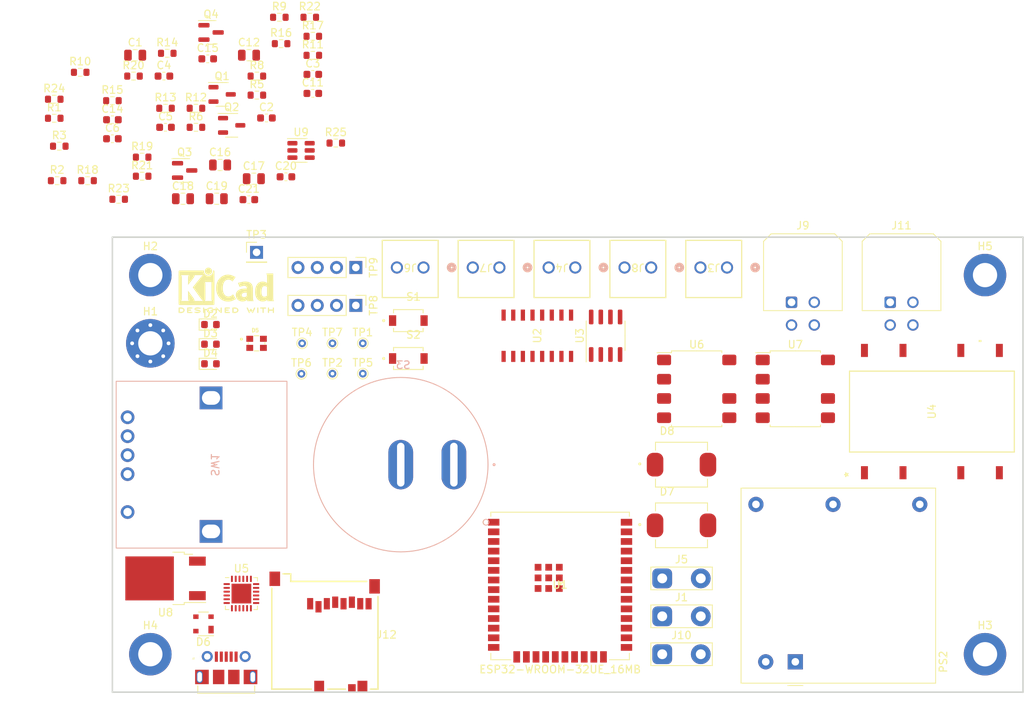
<source format=kicad_pcb>
(kicad_pcb (version 20211014) (generator pcbnew)
  (layers (0 "F.Cu" signal "TOP") (1 "In1.Cu" power "M10") (2 "In2.Cu" power "M233") (31 "B.Cu" signal "BOTTOM") (34 "B.Paste" user) (35 "F.Paste" user) (36 "B.SilkS" user "B.Silkscreen") (37 "F.SilkS" user "F.Silkscreen") (38 "B.Mask" user) (39 "F.Mask" user) (44 "Edge.Cuts" user))
  (net 0 "")
  (net 1 "GND")
  (net 2 "+3.3V")
  (net 3 "/AC_L")
  (net 4 "/AC_N")
  (net 5 "Net-(D4-Pad2)")
  (net 6 "/Probe1+")
  (net 7 "/Probe1-")
  (net 8 "/Probe2+")
  (net 9 "/Probe2-")
  (net 10 "/Probe3+")
  (net 11 "/Probe3-")
  (net 12 "/Probe4+")
  (net 13 "/Probe4-")
  (net 14 "/MUX_OUT_-")
  (net 15 "/MUX_OUT_+")
  (net 16 "+3.3VA")
  (net 17 "+5V")
  (net 18 "Net-(D5-Pad2)")
  (net 19 "+3.3VP")
  (net 20 "/EN")
  (net 21 "/I36")
  (net 22 "/I39")
  (net 23 "/I34")
  (net 24 "/I35")
  (net 25 "/IO32")
  (net 26 "/IO33")
  (net 27 "/IO25")
  (net 28 "/IO26")
  (net 29 "/IO27")
  (net 30 "/IO14")
  (net 31 "/IO12")
  (net 32 "/IO13")
  (net 33 "/IO15")
  (net 34 "/IO2")
  (net 35 "/IO0")
  (net 36 "/IO4")
  (net 37 "/IO16")
  (net 38 "/IO17")
  (net 39 "/RXD0")
  (net 40 "/TXD0")
  (net 41 "/IO23")
  (net 42 "/USB_DN")
  (net 43 "/USB_DP")
  (net 44 "Net-(Q2-Pad2)")
  (net 45 "Net-(D3-Pad2)")
  (net 46 "/I2C_SDA")
  (net 47 "/I2C_SCL")
  (net 48 "/RTS")
  (net 49 "/DTR")
  (net 52 "Net-(D2-Pad2)")
  (net 53 "/RXD")
  (net 54 "/TXD")
  (net 55 "Net-(D5-Pad4)")
  (net 56 "/SPI_MISO")
  (net 57 "/SPI_SCK")
  (net 58 "/SPI_CS")
  (net 59 "Net-(D5-Pad3)")
  (net 60 "/Auger_+")
  (net 61 "/Fan_+")
  (net 62 "/Heater_+")
  (net 71 "/Power/AC_L")
  (net 72 "/Power/AC_N")
  (net 75 "/Power/IO4")
  (net 76 "Net-(Q4-Pad1)")
  (net 77 "Net-(R8-Pad1)")
  (net 79 "/CTS")
  (net 81 "Net-(R12-Pad2)")
  (net 82 "Net-(Q1-Pad2)")
  (net 84 "Net-(R21-Pad2)")
  (net 86 "Net-(R23-Pad2)")
  (net 88 "Net-(R13-Pad2)")
  (footprint "Capacitor_SMD:C_0805_2012Metric" (layer "F.Cu") (at 113.75 94.93)
    (fp_text reference "C19" (at 0 -1.68) (layer "F.SilkS"))
    (fp_text value "10uF 16V X5R 0805")
    (pad "1" smd roundrect (at -0.95 0) (size 1 1.45) (layers "F.Cu" "F.Paste" "F.Mask") (net 19 "+3.3VP"))
    (pad "2" smd roundrect (at 0.95 0) (size 1 1.45) (layers "F.Cu" "F.Paste" "F.Mask") (net 1 "GND"))
  )
  (footprint "Connector_PinHeader_2.54mm:PinHeader_1x04_P2.54mm_Vertical" (layer "F.Cu") (at 132.08 109 -90)
    (fp_text reference "TP8" (at 0 -2.33 90) (layer "F.SilkS"))
    (fp_text value "GPIO MISC.")
    (pad "1" thru_hole rect (at 0 0 270) (size 1.7 1.7) (drill 1) (layers *.Cu *.Mask))
    (pad "2" thru_hole oval (at 0 2.54 270) (size 1.7 1.7) (drill 1) (layers *.Cu *.Mask))
    (pad "3" thru_hole oval (at 0 5.08 270) (size 1.7 1.7) (drill 1) (layers *.Cu *.Mask))
    (pad "4" thru_hole oval (at 0 7.62 270) (size 1.7 1.7) (drill 1) (layers *.Cu *.Mask))
  )
  (footprint "Resistor_SMD:R_0603_1608Metric" (layer "F.Cu") (at 92.335 84.3175)
    (fp_text reference "R1" (at 0 -1.43) (layer "F.SilkS"))
    (fp_text value "1.8kOhm 1% 0603")
    (pad "1" smd roundrect (at -0.825 0) (size 0.8 0.95) (layers "F.Cu" "F.Paste" "F.Mask") (net 47 "/I2C_SCL"))
    (pad "2" smd roundrect (at 0.825 0) (size 0.8 0.95) (layers "F.Cu" "F.Paste" "F.Mask") (net 2 "+3.3V"))
  )
  (footprint "Package_TO_SOT_SMD:SOT-23" (layer "F.Cu") (at 113 73)
    (fp_text reference "Q4" (at 0 -2.4) (layer "F.SilkS"))
    (fp_text value "Q_PMOS_GSD")
    (pad "1" smd roundrect (at -0.9375 -0.95) (size 1.475 0.6) (layers "F.Cu" "F.Paste" "F.Mask") (net 76 "Net-(Q4-Pad1)"))
    (pad "2" smd roundrect (at -0.9375 0.95) (size 1.475 0.6) (layers "F.Cu" "F.Paste" "F.Mask") (net 2 "+3.3V"))
    (pad "3" smd roundrect (at 0.9375 0) (size 1.475 0.6) (layers "F.Cu" "F.Paste" "F.Mask") (net 16 "+3.3VA"))
  )
  (footprint "TestPoint:TestPoint_2Pads_Pitch5.08mm_Drill1.3mm" (layer "F.Cu") (at 172.46 145)
    (fp_text reference "J5" (at 2.54 -2.5) (layer "F.SilkS"))
    (fp_text value "AUGER")
    (pad "1" thru_hole roundrect (at 0 0) (size 2.6 2.6) (drill 1.3) (layers *.Cu *.Mask) (net 60 "/Auger_+"))
    (pad "2" thru_hole circle (at 5.08 0) (size 2.6 2.6) (drill 1.3) (layers *.Cu *.Mask) (net 4 "/AC_N"))
  )
  (footprint "TestPoint:TestPoint_THTPad_D1.0mm_Drill0.5mm" (layer "F.Cu") (at 133 114)
    (fp_text reference "TP1" (at 0 -1.448) (layer "F.SilkS"))
    (fp_text value "3V3 TP")
    (pad "1" thru_hole circle (at 0 0) (size 1 1) (drill 0.5) (layers *.Cu *.Mask) (net 2 "+3.3V"))
  )
  (footprint "Capacitor_SMD:C_0603_1608Metric" (layer "F.Cu") (at 117.98 95.05)
    (fp_text reference "C21" (at 0 -1.43) (layer "F.SilkS"))
    (fp_text value "0.1uF 50V X7R 0603")
    (pad "1" smd roundrect (at -0.775 0) (size 0.9 0.95) (layers "F.Cu" "F.Paste" "F.Mask") (net 16 "+3.3VA"))
    (pad "2" smd roundrect (at 0.775 0) (size 0.9 0.95) (layers "F.Cu" "F.Paste" "F.Mask") (net 1 "GND"))
  )
  (footprint "Resistor_SMD:R_0603_1608Metric" (layer "F.Cu") (at 92.71687 92.547424)
    (fp_text reference "R2" (at 0 -1.43) (layer "F.SilkS"))
    (fp_text value "1.8kOhm 1% 0603")
    (pad "1" smd roundrect (at -0.825 0) (size 0.8 0.95) (layers "F.Cu" "F.Paste" "F.Mask") (net 46 "/I2C_SDA"))
    (pad "2" smd roundrect (at 0.825 0) (size 0.8 0.95) (layers "F.Cu" "F.Paste" "F.Mask") (net 2 "+3.3V"))
  )
  (footprint "Resistor_SMD:R_0603_1608Metric" (layer "F.Cu") (at 102.78 78.76)
    (fp_text reference "R20" (at 0 -1.43) (layer "F.SilkS"))
    (fp_text value "0Ohm 0603")
    (pad "1" smd roundrect (at -0.825 0) (size 0.8 0.95) (layers "F.Cu" "F.Paste" "F.Mask") (net 39 "/RXD0"))
    (pad "2" smd roundrect (at 0.825 0) (size 0.8 0.95) (layers "F.Cu" "F.Paste" "F.Mask") (net 54 "/TXD"))
  )
  (footprint "Resistor_SMD:R_0603_1608Metric" (layer "F.Cu") (at 93 88)
    (fp_text reference "R3" (at 0 -1.43) (layer "F.SilkS"))
    (fp_text value "10K 1% 0603")
    (pad "1" smd roundrect (at -0.825 0) (size 0.8 0.95) (layers "F.Cu" "F.Paste" "F.Mask") (net 20 "/EN"))
    (pad "2" smd roundrect (at 0.825 0) (size 0.8 0.95) (layers "F.Cu" "F.Paste" "F.Mask") (net 2 "+3.3V"))
  )
  (footprint "MountingHole:MountingHole_3.2mm_M3_Pad_Via" (layer "F.Cu") (at 105 114)
    (fp_text reference "H1" (at 0 -4.2) (layer "F.SilkS"))
    (fp_text value "AC_GND")
    (pad "1" thru_hole circle (at 2.4 0) (size 0.8 0.8) (drill 0.5) (layers *.Cu *.Mask) (net 1 "GND"))
    (pad "1" thru_hole circle (at 1.697056 1.697056) (size 0.8 0.8) (drill 0.5) (layers *.Cu *.Mask) (net 1 "GND"))
    (pad "1" thru_hole circle (at 0 -2.4) (size 0.8 0.8) (drill 0.5) (layers *.Cu *.Mask) (net 1 "GND"))
    (pad "1" thru_hole circle (at -2.4 0) (size 0.8 0.8) (drill 0.5) (layers *.Cu *.Mask) (net 1 "GND"))
    (pad "1" thru_hole circle (at 1.697056 -1.697056) (size 0.8 0.8) (drill 0.5) (layers *.Cu *.Mask) (net 1 "GND"))
    (pad "1" thru_hole circle (at 0 0) (size 6.4 6.4) (drill 3.2) (layers *.Cu *.Mask) (net 1 "GND"))
    (pad "1" thru_hole circle (at -1.697056 1.697056) (size 0.8 0.8) (drill 0.5) (layers *.Cu *.Mask) (net 1 "GND"))
    (pad "1" thru_hole circle (at 0 2.4) (size 0.8 0.8) (drill 0.5) (layers *.Cu *.Mask) (net 1 "GND"))
    (pad "1" thru_hole circle (at -1.697056 -1.697056) (size 0.8 0.8) (drill 0.5) (layers *.Cu *.Mask) (net 1 "GND"))
  )
  (footprint "Resistor_SMD:R_0603_1608Metric" (layer "F.Cu") (at 100 82)
    (fp_text reference "R15" (at 0 -1.43) (layer "F.SilkS"))
    (fp_text value "20Ohm 1% 0603")
    (pad "1" smd roundrect (at -0.825 0) (size 0.8 0.95) (layers "F.Cu" "F.Paste" "F.Mask") (net 55 "Net-(D5-Pad4)"))
    (pad "2" smd roundrect (at 0.825 0) (size 0.8 0.95) (layers "F.Cu" "F.Paste" "F.Mask") (net 29 "/IO27"))
  )
  (footprint "Customs Smoker:LED_ASMB-KTF0-0A306" (layer "F.Cu") (at 119 114)
    (fp_text reference "D5" (at -0.176143 -1.706188) (layer "F.SilkS") (effects (font (size 0.48039 0.48039))))
    (fp_text value "ASMB-KTF0-0A306")
    (pad "1" smd rect locked (at -0.9 -0.6 180) (size 0.9 0.8) (layers "F.Cu" "F.Paste" "F.Mask") (net 2 "+3.3V"))
    (pad "2" smd rect locked (at -0.9 0.6 180) (size 0.9 0.8) (layers "F.Cu" "F.Paste" "F.Mask") (net 18 "Net-(D5-Pad2)"))
    (pad "3" smd rect locked (at 0.9 0.6 180) (size 0.9 0.8) (layers "F.Cu" "F.Paste" "F.Mask") (net 59 "Net-(D5-Pad3)"))
    (pad "4" smd rect locked (at 0.9 -0.6 180) (size 0.9 0.8) (layers "F.Cu" "F.Paste" "F.Mask") (net 55 "Net-(D5-Pad4)"))
  )
  (footprint "TestPoint:TestPoint_THTPad_D1.0mm_Drill0.5mm" (layer "F.Cu") (at 129 114)
    (fp_text reference "TP7" (at 0 -1.448) (layer "F.SilkS"))
    (fp_text value "SDA TP")
    (pad "1" thru_hole circle (at 0 0) (size 1 1) (drill 0.5) (layers *.Cu *.Mask) (net 46 "/I2C_SDA"))
  )
  (footprint "MountingHole:MountingHole_3.2mm_M3_DIN965_Pad" (layer "F.Cu") (at 215 105)
    (fp_text reference "H5" (at 0 -3.8) (layer "F.SilkS"))
    (fp_text value "MountingHole")
    (pad "1" thru_hole circle (at 0 0) (size 5.6 5.6) (drill 3.2) (layers *.Cu *.Mask))
  )
  (footprint "Resistor_SMD:R_0603_1608Metric" (layer "F.Cu") (at 100.825 95)
    (fp_text reference "R23" (at 0 -1.43) (layer "F.SilkS"))
    (fp_text value "140Ohm 1% 0603")
    (pad "1" smd roundrect (at -0.825 0) (size 0.8 0.95) (layers "F.Cu" "F.Paste" "F.Mask"))
    (pad "2" smd roundrect (at 0.825 0) (size 0.8 0.95) (layers "F.Cu" "F.Paste" "F.Mask") (net 86 "Net-(R23-Pad2)"))
  )
  (footprint "Capacitor_SMD:C_0603_1608Metric" (layer "F.Cu") (at 100 84.51)
    (fp_text reference "C14" (at 0 -1.43) (layer "F.SilkS"))
    (fp_text value "0.1uF 50V X7R 0603")
    (pad "1" smd roundrect (at -0.775 0) (size 0.9 0.95) (layers "F.Cu" "F.Paste" "F.Mask") (net 17 "+5V"))
    (pad "2" smd roundrect (at 0.775 0) (size 0.9 0.95) (layers "F.Cu" "F.Paste" "F.Mask") (net 1 "GND"))
  )
  (footprint "Package_TO_SOT_SMD:SOT-23" (layer "F.Cu") (at 109.52 91.2)
    (fp_text reference "Q3" (at 0 -2.4) (layer "F.SilkS"))
    (fp_text value "Q_PMOS_GSD")
    (pad "1" smd roundrect (at -0.9375 -0.95) (size 1.475 0.6) (layers "F.Cu" "F.Paste" "F.Mask") (net 75 "/Power/IO4"))
    (pad "2" smd roundrect (at -0.9375 0.95) (size 1.475 0.6) (layers "F.Cu" "F.Paste" "F.Mask") (net 2 "+3.3V"))
    (pad "3" smd roundrect (at 0.9375 0) (size 1.475 0.6) (layers "F.Cu" "F.Paste" "F.Mask") (net 19 "+3.3VP"))
  )
  (footprint "TestPoint:TestPoint_THTPad_D1.0mm_Drill0.5mm" (layer "F.Cu") (at 133 118)
    (fp_text reference "TP5" (at 0 -1.448) (layer "F.SilkS"))
    (fp_text value "3V3 TP")
    (pad "1" thru_hole circle (at 0 0) (size 1 1) (drill 0.5) (layers *.Cu *.Mask) (net 16 "+3.3VA"))
  )
  (footprint "Capacitor_SMD:C_0805_2012Metric" (layer "F.Cu") (at 103 76)
    (fp_text reference "C1" (at 0 -1.68) (layer "F.SilkS"))
    (fp_text value "22uF 10V X5R 0805")
    (pad "1" smd roundrect (at -0.95 0) (size 1 1.45) (layers "F.Cu" "F.Paste" "F.Mask") (net 1 "GND"))
    (pad "2" smd roundrect (at 0.95 0) (size 1 1.45) (layers "F.Cu" "F.Paste" "F.Mask") (net 2 "+3.3V"))
  )
  (footprint "Package_TO_SOT_SMD:TO-252-2" (layer "F.Cu") (at 107 145 180)
    (fp_text reference "U8" (at 0 -4.5) (layer "F.SilkS"))
    (fp_text value "AMS1117-3.3")
    (pad "1" smd rect (at -4.2 -2.28 180) (size 2.2 1.2) (layers "F.Cu" "F.Paste" "F.Mask") (net 1 "GND"))
    (pad "2" smd rect (at 2.1 0 180) (size 6.4 5.8) (layers "F.Cu" "F.Mask") (net 19 "+3.3VP"))
    (pad "3" smd rect (at -4.2 2.28 180) (size 2.2 1.2) (layers "F.Cu" "F.Paste" "F.Mask") (net 17 "+5V"))
  )
  (footprint "Resistor_SMD:R_0603_1608Metric" (layer "F.Cu") (at 92.335 81.8075)
    (fp_text reference "R24" (at 0 -1.43) (layer "F.SilkS"))
    (fp_text value "80.6Ohm 1% 0603")
    (pad "1" smd roundrect (at -0.825 0) (size 0.8 0.95) (layers "F.Cu" "F.Paste" "F.Mask") (net 86 "Net-(R23-Pad2)"))
    (pad "2" smd roundrect (at 0.825 0) (size 0.8 0.95) (layers "F.Cu" "F.Paste" "F.Mask") (net 1 "GND"))
  )
  (footprint "Capacitor_SMD:C_0603_1608Metric" (layer "F.Cu") (at 107 85.51)
    (fp_text reference "C5" (at 0 -1.43) (layer "F.SilkS"))
    (fp_text value "0.1uF 50V X7R 0603")
    (pad "1" smd roundrect (at -0.775 0) (size 0.9 0.95) (layers "F.Cu" "F.Paste" "F.Mask") (net 20 "/EN"))
    (pad "2" smd roundrect (at 0.775 0) (size 0.9 0.95) (layers "F.Cu" "F.Paste" "F.Mask") (net 1 "GND"))
  )
  (footprint "Customs Smoker:SW_TL1015AF160QG" (layer "F.Cu") (at 139 111)
    (fp_text reference "S1" (at 0.675 -3.135) (layer "F.SilkS"))
    (fp_text value "TL1015AF160QG")
    (pad "1" smd rect locked (at -2.075 0) (size 0.95 1.4) (layers "F.Cu" "F.Paste" "F.Mask") (net 1 "GND"))
    (pad "2" smd rect locked (at 2.075 0) (size 0.95 1.4) (layers "F.Cu" "F.Paste" "F.Mask") (net 20 "/EN"))
  )
  (footprint "Resistor_SMD:R_0603_1608Metric" (layer "F.Cu") (at 129.44 87.59)
    (fp_text reference "R25" (at 0 -1.43) (layer "F.SilkS"))
    (fp_text value "470Ohm 5% 0603")
    (pad "1" smd roundrect (at -0.825 0) (size 0.8 0.95) (layers "F.Cu" "F.Paste" "F.Mask") (net 75 "/Power/IO4"))
    (pad "2" smd roundrect (at 0.825 0) (size 0.8 0.95) (layers "F.Cu" "F.Paste" "F.Mask") (net 2 "+3.3V"))
  )
  (footprint "Resistor_SMD:R_0603_1608Metric" (layer "F.Cu") (at 126.01 71)
    (fp_text reference "R22" (at 0 -1.43) (layer "F.SilkS"))
    (fp_text value "80.6Ohm 1% 0603")
    (pad "1" smd roundrect (at -0.825 0) (size 0.8 0.95) (layers "F.Cu" "F.Paste" "F.Mask") (net 84 "Net-(R21-Pad2)"))
    (pad "2" smd roundrect (at 0.825 0) (size 0.8 0.95) (layers "F.Cu" "F.Paste" "F.Mask") (net 1 "GND"))
  )
  (footprint "Customs Smoker:CONN_393570002_MOL" (layer "F.Cu") (at 161 104 180)
    (fp_text reference "J4" (at 1.7526 0 180 unlocked) (layer "F.SilkS"))
    (fp_text value "393570002")
    (pad "1" thru_hole circle (at 0 0 180) (size 1.6002 1.6002) (drill 1.0922) (layers *.Cu *.Mask) (net 3 "/AC_L"))
    (pad "2" thru_hole circle (at 3.5052 0 180) (size 1.6002 1.6002) (drill 1.0922) (layers *.Cu *.Mask) (net 4 "/AC_N"))
  )
  (footprint "Customs Smoker:DIOM7959X262N" (layer "F.Cu") (at 175 130)
    (fp_text reference "D8" (at -1.905 -4.445) (layer "F.SilkS"))
    (fp_text value "D_TVS")
    (pad "1" smd roundrect locked (at -3.485 0) (size 2.18 3.12) (layers "F.Cu" "F.Paste" "F.Mask") (roundrect_rratio 0.39) (net 61 "/Fan_+"))
    (pad "2" smd roundrect locked (at 3.485 0) (size 2.18 3.12) (layers "F.Cu" "F.Paste" "F.Mask") (roundrect_rratio 0.39) (net 3 "/AC_L"))
  )
  (footprint "Capacitor_SMD:C_0603_1608Metric" (layer "F.Cu") (at 112.56 76.48)
    (fp_text reference "C15" (at 0 -1.43) (layer "F.SilkS"))
    (fp_text value "0.1uF 50V X7R 0603")
    (pad "1" smd roundrect (at -0.775 0) (size 0.9 0.95) (layers "F.Cu" "F.Paste" "F.Mask") (net 1 "GND"))
    (pad "2" smd roundrect (at 0.775 0) (size 0.9 0.95) (layers "F.Cu" "F.Paste" "F.Mask") (net 16 "+3.3VA"))
  )
  (footprint "TestPoint:TestPoint_THTPad_D1.0mm_Drill0.5mm" (layer "F.Cu") (at 129 118)
    (fp_text reference "TP2" (at 0 -1.448) (layer "F.SilkS"))
    (fp_text value "GND TP")
    (pad "1" thru_hole circle (at 0 0) (size 1 1) (drill 0.5) (layers *.Cu *.Mask) (net 1 "GND"))
  )
  (footprint "Customs Smoker:CONN_393570002_MOL" (layer "F.Cu") (at 151 104 180)
    (fp_text reference "J7" (at 1.7526 0 180 unlocked) (layer "F.SilkS"))
    (fp_text value "393570002")
    (pad "1" thru_hole circle (at 0 0 180) (size 1.6002 1.6002) (drill 1.0922) (layers *.Cu *.Mask) (net 8 "/Probe2+"))
    (pad "2" thru_hole circle (at 3.5052 0 180) (size 1.6002 1.6002) (drill 1.0922) (layers *.Cu *.Mask) (net 9 "/Probe2-"))
  )
  (footprint "Resistor_SMD:R_0603_1608Metric" (layer "F.Cu") (at 126.41 76.02)
    (fp_text reference "R11" (at 0 -1.43) (layer "F.SilkS"))
    (fp_text value "750Ohm 1% 0603")
    (pad "1" smd roundrect (at -0.825 0) (size 0.8 0.95) (layers "F.Cu" "F.Paste" "F.Mask") (net 2 "+3.3V"))
    (pad "2" smd roundrect (at 0.825 0) (size 0.8 0.95) (layers "F.Cu" "F.Paste" "F.Mask") (net 5 "Net-(D4-Pad2)"))
  )
  (footprint "Customs Smoker:CPC1966B_IXY" (layer "F.Cu") (at 208 123 90)
    (fp_text reference "U4" (at 0 0 90 unlocked) (layer "F.SilkS"))
    (fp_text value "CPC1966B")
    (fp_text user "*" (at -8.3185 -10.9474 90 unlocked) (layer "F.SilkS"))
    (fp_text user "*" (at -8.3185 -10.9474 90) (layer "F.SilkS"))
    (pad "1" smd rect (at -8.0645 -8.89 90) (size 1.7272 0.9144) (layers "F.Cu" "F.Paste" "F.Mask"))
    (pad "2" smd rect (at -8.0645 -3.81 90) (size 1.7272 0.9144) (layers "F.Cu" "F.Paste" "F.Mask") (net 81 "Net-(R12-Pad2)"))
    (pad "3" smd rect (at -8.0645 3.81 90) (size 1.7272 0.9144) (layers "F.Cu" "F.Paste" "F.Mask") (net 1 "GND"))
    (pad "4" smd rect (at -8.0645 8.89 90) (size 1.7272 0.9144) (layers "F.Cu" "F.Paste" "F.Mask"))
    (pad "5" smd rect (at 8.0645 8.89 90) (size 1.7272 0.9144) (layers "F.Cu" "F.Paste" "F.Mask") (net 3 "/AC_L"))
    (pad "6" smd rect (at 8.0645 3.81 90) (size 1.7272 0.9144) (layers "F.Cu" "F.Paste" "F.Mask") (net 3 "/AC_L"))
    (pad "7" smd rect (at 8.0645 -3.81 90) (size 1.7272 0.9144) (layers "F.Cu" "F.Paste" "F.Mask") (net 62 "/Heater_+"))
    (pad "8" smd rect (at 8.0645 -8.89 90) (size 1.7272 0.9144) (layers "F.Cu" "F.Paste" "F.Mask") (net 62 "/Heater_+"))
  )
  (footprint "Connector_Molex:Molex_Micro-Fit_3.0_43045-0400_2x02_P3.00mm_Horizontal" (layer "F.Cu") (at 189.5 108.585)
    (fp_text reference "J9" (at 1.5 -10.12) (layer "F.SilkS"))
    (fp_text value "Hopper")
    (pad "" np_thru_hole circle (at 1.5 -4.32) (size 3 3) (drill 3) (layers *.Cu *.Mask))
    (pad "1" thru_hole roundrect (at 0 0) (size 1.5 1.5) (drill 1.02) (layers *.Cu *.Mask) (roundrect_rratio 0.166667) (net 46 "/I2C_SDA"))
    (pad "2" thru_hole circle (at 3 0) (size 1.5 1.5) (drill 1.02) (layers *.Cu *.Mask) (net 1 "GND"))
    (pad "3" thru_hole circle (at 0 3) (size 1.5 1.5) (drill 1.02) (layers *.Cu *.Mask) (net 47 "/I2C_SCL"))
    (pad "4" thru_hole circle (at 3 3) (size 1.5 1.5) (drill 1.02) (layers *.Cu *.Mask) (net 2 "+3.3V"))
  )
  (footprint "Symbol:KiCad-Logo2_5mm_SilkScreen" (layer "F.Cu") (at 115 107)
    (fp_text reference "AE1" hide)
    (fp_text value "Antenna" hide)
  )
  (footprint "Connector_Molex:Molex_Micro-Fit_3.0_43045-0400_2x02_P3.00mm_Horizontal" (layer "F.Cu") (at 202.5 108.585)
    (fp_text reference "J11" (at 1.5 -10.12) (layer "F.SilkS"))
    (fp_text value "Lid")
    (pad "" np_thru_hole circle (at 1.5 -4.32) (size 3 3) (drill 3) (layers *.Cu *.Mask))
    (pad "1" thru_hole roundrect (at 0 0) (size 1.5 1.5) (drill 1.02) (layers *.Cu *.Mask) (roundrect_rratio 0.166667) (net 46 "/I2C_SDA"))
    (pad "2" thru_hole circle (at 3 0) (size 1.5 1.5) (drill 1.02) (layers *.Cu *.Mask) (net 1 "GND"))
    (pad "3" thru_hole circle (at 0 3) (size 1.5 1.5) (drill 1.02) (layers *.Cu *.Mask) (net 47 "/I2C_SCL"))
    (pad "4" thru_hole circle (at 3 3) (size 1.5 1.5) (drill 1.02) (layers *.Cu *.Mask) (net 2 "+3.3V"))
  )
  (footprint "Resistor_SMD:R_0603_1608Metric" (layer "F.Cu") (at 119.04 81.27)
    (fp_text reference "R5" (at 0 -1.43) (layer "F.SilkS"))
    (fp_text value "470Ohm 1% 0603")
    (pad "1" smd roundrect (at -0.825 0) (size 0.8 0.95) (layers "F.Cu" "F.Paste" "F.Mask") (net 2 "+3.3V"))
    (pad "2" smd roundrect (at 0.825 0) (size 0.8 0.95) (layers "F.Cu" "F.Paste" "F.Mask") (net 52 "Net-(D2-Pad2)"))
  )
  (footprint "Package_TO_SOT_SMD:TSOT-23-6" (layer "F.Cu") (at 124.86 88.56)
    (fp_text reference "U9" (at 0 -2.4) (layer "F.SilkS"))
    (fp_text value "LTC4412xS6")
    (pad "1" smd roundrect (at -1.1375 -0.95) (size 1.325 0.6) (layers "F.Cu" "F.Paste" "F.Mask") (net 16 "+3.3VA"))
    (pad "2" smd roundrect (at -1.1375 0) (size 1.325 0.6) (layers "F.Cu" "F.Paste" "F.Mask") (net 1 "GND"))
    (pad "3" smd roundrect (at -1.1375 0.95) (size 1.325 0.6) (layers "F.Cu" "F.Paste" "F.Mask") (net 1 "GND"))
    (pad "4" smd roundrect (at 1.1375 0.95) (size 1.325 0.6) (layers "F.Cu" "F.Paste" "F.Mask") (net 75 "/Power/IO4"))
    (pad "5" smd roundrect (at 1.1375 0) (size 1.325 0.6) (layers "F.Cu" "F.Paste" "F.Mask") (net 76 "Net-(Q4-Pad1)"))
    (pad "6" smd roundrect (at 1.1375 -0.95) (size 1.325 0.6) (layers "F.Cu" "F.Paste" "F.Mask") (net 2 "+3.3V"))
  )
  (footprint "Resistor_SMD:R_0603_1608Metric" (layer "F.Cu") (at 119.04 78.76)
    (fp_text reference "R8" (at 0 -1.43) (layer "F.SilkS"))
    (fp_text value "1kOhm 1% 0603")
    (pad "1" smd roundrect (at -0.825 0) (size 0.8 0.95) (layers "F.Cu" "F.Paste" "F.Mask") (net 77 "Net-(R8-Pad1)"))
    (pad "2" smd roundrect (at 0.825 0) (size 0.8 0.95) (layers "F.Cu" "F.Paste" "F.Mask") (net 2 "+3.3V"))
  )
  (footprint "Connector_PinHeader_2.54mm:PinHeader_1x04_P2.54mm_Vertical" (layer "F.Cu") (at 132.08 104 -90)
    (fp_text reference "TP9" (at 0 -2.33 90) (layer "F.SilkS"))
    (fp_text value "Screen I2C")
    (pad "1" thru_hole rect (at 0 0 270) (size 1.7 1.7) (drill 1) (layers *.Cu *.Mask) (net 46 "/I2C_SDA"))
    (pad "2" thru_hole oval (at 0 2.54 270) (size 1.7 1.7) (drill 1) (layers *.Cu *.Mask) (net 47 "/I2C_SCL"))
    (pad "3" thru_hole oval (at 0 5.08 270) (size 1.7 1.7) (drill 1) (layers *.Cu *.Mask) (net 1 "GND"))
    (pad "4" thru_hole oval (at 0 7.62 270) (size 1.7 1.7) (drill 1) (layers *.Cu *.Mask) (net 2 "+3.3V"))
  )
  (footprint "Resistor_SMD:R_0603_1608Metric" (layer "F.Cu") (at 107 83)
    (fp_text reference "R13" (at 0 -1.43) (layer "F.SilkS"))
    (fp_text value "22.1kOhm 1% 0603")
    (pad "1" smd roundrect (at -0.825 0) (size 0.8 0.95) (layers "F.Cu" "F.Paste" "F.Mask") (net 17 "+5V"))
    (pad "2" smd roundrect (at 0.825 0) (size 0.8 0.95) (layers "F.Cu" "F.Paste" "F.Mask") (net 88 "Net-(R13-Pad2)"))
  )
  (footprint "TestPoint:TestPoint_2Pads_Pitch5.08mm_Drill1.3mm" (layer "F.Cu") (at 172.46 150)
    (fp_text reference "J1" (at 2.54 -2.5) (layer "F.SilkS"))
    (fp_text value "HEATER")
    (pad "1" thru_hole roundrect (at 0 0) (size 2.6 2.6) (drill 1.3) (layers *.Cu *.Mask) (net 62 "/Heater_+"))
    (pad "2" thru_hole circle (at 5.08 0) (size 2.6 2.6) (drill 1.3) (layers *.Cu *.Mask) (net 4 "/AC_N"))
  )
  (footprint "TestPoint:TestPoint_THTPad_D1.0mm_Drill0.5mm" (layer "F.Cu") (at 125 114)
    (fp_text reference "TP4" (at 0 -1.448) (layer "F.SilkS"))
    (fp_text value "3V3 TP")
    (pad "1" thru_hole circle (at 0 0) (size 1 1) (drill 0.5) (layers *.Cu *.Mask) (net 19 "+3.3VP"))
  )
  (footprint "Capacitor_SMD:C_0603_1608Metric" (layer "F.Cu") (at 122.87 92.04)
    (fp_text reference "C20" (at 0 -1.43) (layer "F.SilkS"))
    (fp_text value "1uF 25V X5R 0603")
    (pad "1" smd roundrect (at -0.775 0) (size 0.9 0.95) (layers "F.Cu" "F.Paste" "F.Mask") (net 1 "GND"))
    (pad "2" smd roundrect (at 0.775 0) (size 0.9 0.95) (layers "F.Cu" "F.Paste" "F.Mask") (net 2 "+3.3V"))
  )
  (footprint "Customs Smoker:ESP32-WROOM-32UE 16MB" (layer "F.Cu") (at 159 146)
    (fp_text reference "U1" (at 0 -0.15367) (layer "F.SilkS"))
    (fp_text value "ESP32-WROOM-32UE_16MB" (at 0 11) (layer "F.SilkS"))
    (fp_text user "*" (at 0 0) (layer "F.SilkS"))
    (pad "1" smd rect locked (at -8.75 -8.40867) (size 1.4986 0.889) (layers "F.Cu" "F.Paste" "F.Mask") (net 1 "GND"))
    (pad "2" smd rect locked (at -8.75 -7.13867) (size 1.4986 0.889) (layers "F.Cu" "F.Paste" "F.Mask") (net 2 "+3.3V"))
    (pad "3" smd rect locked (at -8.75 -5.86867) (size 1.4986 0.889) (layers "F.Cu" "F.Paste" "F.Mask") (net 20 "/EN"))
    (pad "4" smd rect locked (at -8.75 -4.59867) (size 1.4986 0.889) (layers "F.Cu" "F.Paste" "F.Mask") (net 21 "/I36"))
    (pad "5" smd rect locked (at -8.75 -3.32867) (size 1.4986 0.889) (layers "F.Cu" "F.Paste" "F.Mask") (net 22 "/I39"))
    (pad "6" smd rect locked (at -8.75 -2.05867) (size 1.4986 0.889) (layers "F.Cu" "F.Paste" "F.Mask") (net 23 "/I34"))
    (pad "7" smd rect locked (at -8.75 -0.78867) (size 1.4986 0.889) (layers "F.Cu" "F.Paste" "F.Mask") (net 24 "/I35"))
    (pad "8" smd rect locked (at -8.75 0.48133) (size 1.4986 0.889) (layers "F.Cu" "F.Paste" "F.Mask") (net 25 "/IO32"))
    (pad "9" smd rect locked (at -8.75 1.75133) (size 1.4986 0.889) (layers "F.Cu" "F.Paste" "F.Mask") (net 26 "/IO33"))
    (pad "10" smd rect locked (at -8.75 3.02133) (size 1.4986 0.889) (layers "F.Cu" "F.Paste" "F.Mask") (net 27 "/IO25"))
    (pad "11" smd rect locked (at -8.75 4.29133) (size 1.4986 0.889) (layers "F.Cu" "F.Paste" "F.Mask") (net 28 "/IO26"))
    (pad "12" smd rect locked (at -8.75 5.56133) (size 1.4986 0.889) (layers "F.Cu" "F.Paste" "F.Mask") (net 29 "/IO27"))
    (pad "13" smd rect locked (at -8.75 6.83133) (size 1.4986 0.889) (layers "F.Cu" "F.Paste" "F.Mask") (net 30 "/IO14"))
    (pad "14" smd rect locked (at -8.75 8.10133) (size 1.4986 0.889) (layers "F.Cu" "F.Paste" "F.Mask") (net 31 "/IO12"))
    (pad "15" smd rect locked (at -5.715 9.351772) (size 0.889 1.4986) (layers "F.Cu" "F.Paste" "F.Mask") (net 1 "GND"))
    (pad "16" smd rect locked (at -4.445 9.351772) (size 0.889 1.4986) (layers "F.Cu" "F.Paste" "F.Mask") (net 32 "/IO13"))
    (pad "17" smd rect locked (at -3.175 9.351772) (size 0.889 1.4986) (layers "F.Cu" "F.Paste" "F.Mask"))
    (pad "18" smd rect locked (at -1.905 9.351772) (size 0.889 1.4986) (layers "F.Cu" "F.Paste" "F.Mask"))
    (pad "19" smd rect locked (at -0.635 9.351772) (size 0.889 1.4986) (layers "F.Cu" "F.Paste" "F.Mask"))
    (pad "20" smd rect locked (at 0.635 9.351772) (size 0.889 1.4986) (layers "F.Cu" "F.Paste" "F.Mask"))
    (pad "21" smd rect locked (at 1.905 9.351772) (size 0.889 1.4986) (layers "F.Cu" "F.Paste" "F.Mask"))
    (pad "22" smd rect locked (at 3.175 9.351772) (size 0.889 1.4986) (layers "F.Cu" "F.Paste" "F.Mask"))
    (pad "23" smd rect locked (at 4.445 9.351772) (size 0.889 1.4986) (layers "F.Cu" "F.Paste" "F.Mask") (net 33 "/IO15"))
    (pad "24" smd rect locked (at 5.715 9.351772) (size 0.889 1.4986) (layers "F.Cu" "F.Paste" "F.Mask") (net 34 "/IO2"))
    (pad "25" smd rect locked (at 8.75 8.10133) (size 1.4986 0.889) (layers "F.Cu" "F.Paste" "F.Mask") (net 35 "/IO0"))
    (pad "26" smd rect locked (at 8.75 6.83133) (size 1.4986 0.889) (layers "F.Cu" "F.Paste" "F.Mask") (net 36 "/IO4"))
    (pad "27" smd rect locked (at 8.75 5.56133) (size 1.4986 0.889) (layers "F.Cu" "F.Paste" "F.Mask") (net 37 "/IO16"))
    (pad "28" smd rect locked (at 8.75 4.29133) (size 1.4986 0.889) (layers "F.Cu" "F.Paste" "F.Mask") (net 38 "/IO17"))
    (pad "29" smd rect locked (at 8.75 3.02133) (size 1.4986 0.889) (layers "F.Cu" "F.Paste" "F.Mask") (net 58 "/SPI_CS"))
    (pad "30" smd rect locked (at 8.75 1.75133) (size 1.4986 0.889) (layers "F.Cu" "F.Paste" "F.Mask") (net 57 "/SPI_SCK"))
    (pad "31" smd rect locked (at 8.75 0.48133) (size 1.4986 0.889) (layers "F.Cu" "F.Paste" "F.Mask") (net 56 "/SPI_MISO"))
    (pad "32" smd rect locked (at 8.75 -0.78867) (size 1.4986 0.889) (layers "F.Cu" "F.Paste" "F.Mask"))
    (pad "33" smd rect locked (at 8.75 -2.05867) (size 1.4986 0.889) (layers "F.Cu" "F.Paste" "F.Mask") (net 46 "/I2C_SDA"))
    (pad "34" smd rect locked (at 8.75 -3.32867) (size 1.4986 0.889) (layers "F.Cu" "F.Paste" "F.Mask") (net 39 "/RXD0"))
    (pad "35" smd rect locked (at 8.75 -4.59867) (size 1.4986 0.889) (layers "F.Cu" "F.Paste" "F.Mask") (net 40 "/TXD0"))
    (pad "36" smd rect locked (at 8.75 -5.86867) (size 1.4986 0.889) (layers "F.Cu" "F.Paste" "F.Mask") (net 47 "/I2C_SCL"))
    (pad "37" smd rect locked (at 8.75 -7.13867) (size 1.4986 0.889) (layers "F.Cu" "F.Paste" "F.Mask") (net 41 "/IO23"))
    (pad "38" smd rect locked (at 8.75 -8.40867) (size 1.4986 0.889) (layers "F.Cu" "F.Paste" "F.Mask") (net 1 "GND"))
    (pad "39" smd rect locked (at -2.904289 -2.468807) (size 0.889 0.889) (layers "F.Cu" "F.Paste" "F.Mask") (net 1 "GND"))
    (pad "40" smd rect locked (at -1.50429 -2.468807) (size 0.889 0.889) (layers "F.Cu" "F.Paste" "F.Mask") (net 1 "GND"))
    (pad "41" smd rect locked (at -0.10429 -2.468807) (size 0.889 0.889) (layers "F.Cu" "F.Paste" "F.Mask") (net 1 "GND"))
    (pad "42" smd rect locked (at -2.904289 -1.068807) (size 0.889 0.889) (layers "F.Cu" "F.Paste" "F.Mask") (net 1 "GND"))
    (pad "43" smd rect locked (at -1.50429 -1.068807) (size 0.889 0.889) (layers "F.Cu" "F.Paste" "F.Mask") (net 1 "GND"))
    (pad "44" smd rect locked (at -0.10429 -1.068807) (size 0.889 0.889) (layers "F.Cu" "F.Paste" "F.Mask") (net 1 "GND"))
    (pad "45" smd rect locked (at -2.904236 0.331191) (size 0.889 0.889) (layers "F.Cu" "F.Paste" "F.Mask") (net 1 "GND"))
    (pad "46" smd rect locked (at -1.504188 0.331191) (size 0.889 0.889) (layers "F.Cu" "F.Paste" "F.Mask") (net 1 "GND"))
    (pad "47" smd rect locked (at -0.10414 0.331191) (size 0.889 0.889) (layers "F.Cu" "F.Paste" "F.Mask") (net 1 "GND"))
  )
  (footprint "Capacitor_SMD:C_0805_2012Metric" (layer "F.Cu") (at 118.64 92.29)
    (fp_text reference "C17" (at 0 -1.68) (layer "F.SilkS"))
    (fp_text value "10uF 16V X5R 0805")
    (pad "1" smd roundrect (at -0.95 0) (size 1 1.45) (layers "F.Cu" "F.Paste" "F.Mask") (net 17 "+5V"))
    (pad "2" smd roundrect (at 0.95 0) (size 1 1.45) (layers "F.Cu" "F.Paste" "F.Mask") (net 1 "GND"))
  )
  (footprint "Package_SO:SSO-7-8_6.4x9.78mm_P2.54mm" (layer "F.Cu") (at 177 120)
    (fp_text reference "U6" (at 0 -5.84) (layer "F.SilkS"))
    (fp_text value "AQH2223A")
    (pad "1" smd roundrect (at -4.3 -3.81) (size 1.85 1.4) (layers "F.Cu" "F.Paste" "F.Mask") (roundrect_rratio 0.178571) (net 1 "GND"))
    (pad "2" smd roundrect (at -4.3 -1.27) (size 1.85 1.4) (layers "F.Cu" "F.Paste" "F.Mask") (roundrect_rratio 0.178571) (net 84 "Net-(R21-Pad2)"))
    (pad "3" smd roundrect (at -4.3 1.27) (size 1.85 1.4) (layers "F.Cu" "F.Paste" "F.Mask") (roundrect_rratio 0.178571) (net 1 "GND"))
    (pad "4" smd roundrect (at -4.3 3.81) (size 1.85 1.4) (layers "F.Cu" "F.Paste" "F.Mask") (roundrect_rratio 0.178571) (net 1 "GND"))
    (pad "5" smd roundrect (at 4.3 3.81) (size 1.85 1.4) (layers "F.Cu" "F.Paste" "F.Mask") (roundrect_rratio 0.178571))
    (pad "6" smd roundrect (at 4.3 1.27) (size 1.85 1.4) (layers "F.Cu" "F.Paste" "F.Mask") (roundrect_rratio 0.178571) (net 3 "/AC_L"))
    (pad "8" smd roundrect (at 4.3 -3.81) (size 1.85 1.4) (layers "F.Cu" "F.Paste" "F.Mask") (roundrect_rratio 0.178571) (net 60 "/Auger_+"))
  )
  (footprint "Capacitor_SMD:C_0805_2012Metric" (layer "F.Cu") (at 114.19 90.48)
    (fp_text reference "C16" (at 0 -1.68) (layer "F.SilkS"))
    (fp_text value "10uF 16V X5R 0805")
    (pad "1" smd roundrect (at -0.95 0) (size 1 1.45) (layers "F.Cu" "F.Paste" "F.Mask") (net 16 "+3.3VA"))
    (pad "2" smd roundrect (at 0.95 0) (size 1 1.45) (layers "F.Cu" "F.Paste" "F.Mask") (net 1 "GND"))
  )
  (footprint "Customs Smoker:DIOM7959X262N" (layer "F.Cu") (at 175 138)
    (fp_text reference "D7" (at -1.905 -4.445) (layer "F.SilkS"))
    (fp_text value "D_TVS")
    (pad "1" smd roundrect locked (at -3.485 0) (size 2.18 3.12) (layers "F.Cu" "F.Paste" "F.Mask") (roundrect_rratio 0.39) (net 60 "/Auger_+"))
    (pad "2" smd roundrect locked (at 3.485 0) (size 2.18 3.12) (layers "F.Cu" "F.Paste" "F.Mask") (roundrect_rratio 0.39) (net 3 "/AC_L"))
  )
  (footprint "TestPoint:TestPoint_2Pads_Pitch5.08mm_Drill1.3mm" (layer "F.Cu") (at 172.46 155)
    (fp_text reference "J10" (at 2.54 -2.5) (layer "F.SilkS"))
    (fp_text value "FAN")
    (pad "1" thru_hole roundrect (at 0 0) (size 2.6 2.6) (drill 1.3) (layers *.Cu *.Mask) (net 61 "/Fan_+"))
    (pad "2" thru_hole circle (at 5.08 0) (size 2.6 2.6) (drill 1.3) (layers *.Cu *.Mask) (net 4 "/AC_N"))
  )
  (footprint "Capacitor_SMD:C_0603_1608Metric" (layer "F.Cu") (at 106.79 78.76)
    (fp_text reference "C4" (at 0 -1.43) (layer "F.SilkS"))
    (fp_text value "0.01uF 50V X7R 0603")
    (pad "1" smd roundrect (at -0.775 0) (size 0.9 0.95) (layers "F.Cu" "F.Paste" "F.Mask") (net 15 "/MUX_OUT_+"))
    (pad "2" smd roundrect (at 0.775 0) (size 0.9 0.95) (layers "F.Cu" "F.Paste" "F.Mask") (net 14 "/MUX_OUT_-"))
  )
  (footprint "Resistor_SMD:R_0603_1608Metric" (layer "F.Cu") (at 111.01 83)
    (fp_text reference "R12" (at 0 -1.43) (layer "F.SilkS"))
    (fp_text value "140Ohm 1% 0603")
    (pad "1" smd roundrect (at -0.825 0) (size 0.8 0.95) (layers "F.Cu" "F.Paste" "F.Mask"))
    (pad "2" smd roundrect (at 0.825 0) (size 0.8 0.95) (layers "F.Cu" "F.Paste" "F.Mask") (net 81 "Net-(R12-Pad2)"))
  )
  (footprint "Converter_ACDC:Converter_ACDC_RECOM_RAC05-xxSK_THT" (layer "F.Cu") (at 190 156 -90)
    (fp_text reference "PS2" (at 0 -19.5 90) (layer "F.SilkS"))
    (fp_text value "RAC05-3.3SK")
    (pad "1" thru_hole rect (at 0 0 180) (size 2 2) (drill 1) (layers *.Cu *.Mask) (net 71 "/Power/AC_L"))
    (pad "2" thru_hole circle (at 0 3.9 180) (size 2 2) (drill 1) (layers *.Cu *.Mask) (net 72 "/Power/AC_N"))
    (pad "3" thru_hole circle (at -20.76 -16.4 90) (size 2 2) (drill 1) (layers *.Cu *.Mask))
    (pad "4" thru_hole circle (at -20.76 -4.97 180) (size 2 2) (drill 1) (layers *.Cu *.Mask) (net 1 "GND"))
    (pad "5" thru_hole circle (at -20.76 5.19 180) (size 2 2) (drill 1) (layers *.Cu *.Mask) (net 16 "+3.3VA"))
  )
  (footprint "Resistor_SMD:R_0603_1608Metric" (layer "F.Cu") (at 95.755 78.2575)
    (fp_text reference "R10" (at 0 -1.43) (layer "F.SilkS"))
    (fp_text value "10K 1% 0603")
    (pad "1" smd roundrect (at -0.825 0) (size 0.8 0.95) (layers "F.Cu" "F.Paste" "F.Mask") (net 48 "/RTS"))
    (pad "2" smd roundrect (at 0.825 0) (size 0.8 0.95) (layers "F.Cu" "F.Paste" "F.Mask") (net 44 "Net-(Q2-Pad2)"))
  )
  (footprint "Customs Smoker:SW_TL1015AF160QG" (layer "F.Cu") (at 139 116)
    (fp_text reference "S2" (at 0.675 -3.135) (layer "F.SilkS"))
    (fp_text value "TL1015AF160QG")
    (pad "1" smd rect locked (at -2.075 0) (size 0.95 1.4) (layers "F.Cu" "F.Paste" "F.Mask") (net 1 "GND"))
    (pad "2" smd rect locked (at 2.075 0) (size 0.95 1.4) (layers "F.Cu" "F.Paste" "F.Mask") (net 35 "/IO0"))
  )
  (footprint "Customs Smoker:MOLEX_105017-0001" (layer "F.Cu") (at 115 158)
    (fp_text reference "J2" (at -4.328587 -2.435893 180) (layer "F.SilkS") (effects (font (size 0.200073 0.200073))))
    (fp_text value "105017-0001")
    (pad "1" smd rect locked (at -1.3 -2.675) (size 0.4 1.35) (layers "F.Cu" "F.Paste" "F.Mask") (net 17 "+5V"))
    (pad "2" smd rect locked (at -0.65 -2.675) (size 0.4 1.35) (layers "F.Cu" "F.Paste" "F.Mask") (net 42 "/USB_DN"))
    (pad "3" smd rect locked (at 0 -2.675) (size 0.4 1.35) (layers "F.Cu" "F.Paste" "F.Mask") (net 43 "/USB_DP"))
    (pad "4" smd rect locked (at 0.65 -2.675) (size 0.4 1.35) (layers "F.Cu" "F.Paste" "F.Mask"))
    (pad "5" smd rect locked (at 1.3 -2.675) (size 0.4 1.35) (layers "F.Cu" "F.Paste" "F.Mask") (net 1 "GND"))
    (pad "P$1" thru_hole circle locked (at -2.5 -2.7) (size 1.45 1.45) (drill 0.85) (layers *.Cu *.Mask) (net 1 "GND"))
    (pad "P$2" thru_hole circle locked (at 2.5 -2.7) (size 1.45 1.45) (drill 0.85) (layers *.Cu *.Mask) (net 1 "GND"))
    (pad "P$8" smd rect locked (at -1 0) (size 1.5 1.9) (layers "F.Cu" "F.Paste" "F.Mask") (net 1 "GND"))
    (pad "P$9" smd rect locked (at 1 0) (size 1.5 1.9) (layers "F.Cu" "F.Paste" "F.Mask") (net 1 "GND"))
    (pad "P$10" smd rect locked (at -3.2 0) (size 1.8 1.9) (layers "F.Cu" "F.Paste" "F.Mask") (net 1 "GND"))
    (pad "P$11" smd rect locked (at 3.2 0) (size 1.8 1.9) (layers "F.Cu" "F.Paste" "F.Mask") (net 1 "GND"))
    (pad "P$12" thru_hole oval locked (at -3.5 0) (size 0.8 1.6) (drill oval 0.6 1.3) (layers *.Cu *.Mask) (net 1 "GND"))
    (pad "P$13" thru_hole oval locked (at 3.5 0) (size 0.8 1.6) (drill oval 0.6 1.3) (layers *.Cu *.Mask) (net 1 "GND"))
  )
  (footprint "Customs Smoker:GCT_MEM2051-00-195-00-A" (layer "F.Cu") (at 128 152 180)
    (fp_text reference "J12" (at -8.135 -0.425) (layer "F.SilkS"))
    (fp_text value "MEM2051-00-195-00-A")
    (pad "1" smd rect locked (at 1.94 3.66 180) (size 0.8 1.5) (layers "F.Cu" "F.Paste" "F.Mask"))
    (pad "2" smd rect locked (at 0.84 3.26 180) (size 0.8 1.5) (layers "F.Cu" "F.Paste" "F.Mask"))
    (pad "3" smd rect locked (at -0.26 3.66 180) (size 0.8 1.5) (layers "F.Cu" "F.Paste" "F.Mask"))
    (pad "4" smd rect locked (at -1.36 3.86 180) (size 0.8 1.5) (layers "F.Cu" "F.Paste" "F.Mask"))
    (pad "5" smd rect locked (at -2.46 3.66 180) (size 0.8 1.5) (layers "F.Cu" "F.Paste" "F.Mask"))
    (pad "6" smd rect locked (at -3.56 3.86 180) (size 0.8 1.5) (layers "F.Cu" "F.Paste" "F.Mask"))
    (pad "7" smd rect locked (at -4.66 3.66 180) (size 0.8 1.5) (layers "F.Cu" "F.Paste" "F.Mask"))
    (pad "8" smd rect locked (at -5.76 3.66 180) (size 0.8 1.5) (layers "F.Cu" "F.Paste" "F.Mask"))
    (pad "9" smd rect locked (at -3.56 -7.425 180) (size 1 0.95) (layers "F.Cu" "F.Paste" "F.Mask"))
    (pad "P1" smd rect locked (at -4.95 -7.2 180) (size 1.3 1.4) (layers "F.Cu" "F.Paste" "F.Mask"))
    (pad "P2" smd rect locked (at 0.75 -7.2 180) (size 1.3 1.4) (layers "F.Cu" "F.Paste" "F.Mask"))
    (pad "P3" smd rect locked (at 6.6 6.95 180) (size 1.4 1.9) (layers "F.Cu" "F.Paste" "F.Mask"))
    (pad "P4" smd rect locked (at -6.55 5.95 180) (size 1.4 1.9) (layers "F.Cu" "F.Paste" "F.Mask"))
  )
  (footprint "MountingHole:MountingHole_3.2mm_M3_DIN965_Pad" (layer "F.Cu") (at 215 155)
    (fp_text reference "H3" (at 0 -3.8) (layer "F.SilkS"))
    (fp_text value "MountingHole")
    (pad "1" thru_hole circle (at 0 0) (size 5.6 5.6) (drill 3.2) (layers *.Cu *.Mask))
  )
  (footprint "Resistor_SMD:R_0603_1608Metric" (layer "F.Cu") (at 103.92 91.96)
    (fp_text reference "R21" (at 0 -1.43) (layer "F.SilkS"))
    (fp_text value "140Ohm 1% 0603")
    (pad "1" smd roundrect (at -0.825 0) (size 0.8 0.95) (layers "F.Cu" "F.Paste" "F.Mask"))
    (pad "2" smd roundrect (at 0.825 0) (size 0.8 0.95) (layers "F.Cu" "F.Paste" "F.Mask") (net 84 "Net-(R21-Pad2)"))
  )
  (footprint "Resistor_SMD:R_0603_1608Metric" (layer "F.Cu") (at 107.23 75.75)
    (fp_text reference "R14" (at 0 -1.43) (layer "F.SilkS"))
    (fp_text value "20Ohm 1% 0603")
    (pad "1" smd roundrect (at -0.825 0) (size 0.8 0.95) (layers "F.Cu" "F.Paste" "F.Mask") (net 59 "Net-(D5-Pad3)"))
    (pad "2" smd roundrect (at 0.825 0) (size 0.8 0.95) (layers "F.Cu" "F.Paste" "F.Mask") (net 28 "/IO26"))
  )
  (footprint "Resistor_SMD:R_0603_1608Metric" (layer "F.Cu") (at 103.92 89.45)
    (fp_text reference "R19" (at 0 -1.43) (layer "F.SilkS"))
    (fp_text value "47.5kOhm 1% 0603")
    (pad "1" smd roundrect (at -0.825 0) (size 0.8 0.95) (layers "F.Cu" "F.Paste" "F.Mask") (net 1 "GND"))
    (pad "2" smd roundrect (at 0.825 0) (size 0.8 0.95) (layers "F.Cu" "F.Paste" "F.Mask") (net 88 "Net-(R13-Pad2)"))
  )
  (footprint "Package_SO:SOIC-8_3.9x4.9mm_P1.27mm" (layer "F.Cu") (at 165 113 90)
    (fp_text reference "U3" (at 0 -3.4 90) (layer "F.SilkS"))
    (fp_text value "MAX31855KASA")
    (pad "1" smd roundrect (at -2.475 -1.905 90) (size 1.95 0.6) (layers "F.Cu" "F.Paste" "F.Mask") (net 1 "GND"))
    (pad "2" smd roundrect (at -2.475 -0.635 90) (size 1.95 0.6) (layers "F.Cu" "F.Paste" "F.Mask") (net 14 "/MUX_OUT_-"))
    (pad "3" smd roundrect (at -2.475 0.635 90) (size 1.95 0.6) (layers "F.Cu" "F.Paste" "F.Mask") (net 15 "/MUX_OUT_+"))
    (pad "4" smd roundrect (at -2.475 1.905 90) (size 1.95 0.6) (layers "F.Cu" "F.Paste" "F.Mask") (net 2 "+3.3V"))
    (pad "5" smd roundrect (at 2.475 1.905 90) (size 1.95 0.6) (layers "F.Cu" "F.Paste" "F.Mask") (net 57 "/SPI_SCK"))
    (pad "6" smd roundrect (at 2.475 0.635 90) (size 1.95 0.6) (layers "F.Cu" "F.Paste" "F.Mask") (net 58 "/SPI_CS"))
    (pad "7" smd roundrect (at 2.475 -0.635 90) (size 1.95 0.6) (layers "F.Cu" "F.Paste" "F.Mask") (net 56 "/SPI_MISO"))
    (pad "8" smd roundrect (at 2.475 -1.905 90) (size 1.95 0.6) (layers "F.Cu" "F.Paste" "F.Mask"))
  )
  (footprint "MountingHole:MountingHole_3.2mm_M3_DIN965_Pad" (layer "F.Cu") (at 105 155)
    (fp_text reference "H4" (at 0 -3.8) (layer "F.SilkS"))
    (fp_text value "MountingHole")
    (pad "1" thru_hole circle (at 0 0) (size 5.6 5.6) (drill 3.2) (layers *.Cu *.Mask))
  )
  (footprint "Customs Smoker:CONN_393570002_MOL" (layer "F.Cu") (at 181 104 180)
    (fp_text reference "J3" (at 1.7526 0 180 unlocked) (layer "F.SilkS"))
    (fp_text value "393570002")
    (pad "1" thru_hole circle (at 0 0 180) (size 1.6002 1.6002) (drill 1.0922) (layers *.Cu *.Mask) (net 12 "/Probe4+"))
    (pad "2" thru_hole circle (at 3.5052 0 180) (size 1.6002 1.6002) (drill 1.0922) (layers *.Cu *.Mask) (net 13 "/Probe4-"))
  )
  (footprint "Resistor_SMD:R_0603_1608Metric" (layer "F.Cu") (at 122 71)
    (fp_text reference "R9" (at 0 -1.43) (layer "F.SilkS"))
    (fp_text value "140Ohm 1% 0603")
    (pad "1" smd roundrect (at -0.825 0) (size 0.8 0.95) (layers "F.Cu" "F.Paste" "F.Mask") (net 17 "+5V"))
    (pad "2" smd roundrect (at 0.825 0) (size 0.8 0.95) (layers "F.Cu" "F.Paste" "F.Mask") (net 45 "Net-(D3-Pad2)"))
  )
  (footprint "Resistor_SMD:R_0603_1608Metric" (layer "F.Cu") (at 126.41 73.51)
    (fp_text reference "R17" (at 0 -1.43) (layer "F.SilkS"))
    (fp_text value "64.9Ohm 1% 0603")
    (pad "1" smd roundrect (at -0.825 0) (size 0.8 0.95) (layers "F.Cu" "F.Paste" "F.Mask") (net 18 "Net-(D5-Pad2)"))
    (pad "2" smd roundrect (at 0.825 0) (size 0.8 0.95) (layers "F.Cu" "F.Paste" "F.Mask") (net 27 "/IO25"))
  )
  (footprint "Customs Smoker:SOIC16_NARROW_VIS" (layer "F.Cu") (at 156 113 90)
    (fp_text reference "U2" (at 0 0 90 unlocked) (layer "F.SilkS"))
    (fp_text value "DG409LEDY-T1-GE3")
    (pad "1" smd rect (at -2.72415 -4.445 90) (size 1.4605 0.5588) (layers "F.Cu" "F.Paste" "F.Mask") (net 34 "/IO2"))
    (pad "2" smd rect (at -2.72415 -3.175 90) (size 1.4605 0.5588) (layers "F.Cu" "F.Paste" "F.Mask") (net 2 "+3.3V"))
    (pad "3" smd rect (at -2.72415 -1.905 90) (size 1.4605 0.5588) (layers "F.Cu" "F.Paste" "F.Mask") (net 1 "GND"))
    (pad "4" smd rect (at -2.72415 -0.635 90) (size 1.4605 0.5588) (layers "F.Cu" "F.Paste" "F.Mask") (net 7 "/Probe1-"))
    (pad "5" smd rect (at -2.72415 0.635 90) (size 1.4605 0.5588) (layers "F.Cu" "F.Paste" "F.Mask") (net 9 "/Probe2-"))
    (pad "6" smd rect (at -2.72415 1.905 90) (size 1.4605 0.5588) (layers "F.Cu" "F.Paste" "F.Mask") (net 11 "/Probe3-"))
    (pad "7" smd rect (at -2.72415 3.175 90) (size 1.4605 0.5588) (layers "F.Cu" "F.Paste" "F.Mask") (net 13 "/Probe4-"))
    (pad "8" smd rect (at -2.72415 4.445 90) (size 1.4605 0.5588) (layers "F.Cu" "F.Paste" "F.Mask") (net 14 "/MUX_OUT_-"))
    (pad "9" smd rect (at 2.72415 4.445 90) (size 1.4605 0.5588) (layers "F.Cu" "F.Paste" "F.Mask") (net 15 "/MUX_OUT_+"))
    (pad "10" smd rect (at 2.72415 3.175 90) (size 1.4605 0.5588) (layers "F.Cu" "F.Paste" "F.Mask") (net 12 "/Probe4+"))
    (pad "11" smd rect (at 2.72415 1.905 90) (size 1.4605 0.5588) (layers "F.Cu" "F.Paste" "F.Mask") (net 10 "/Probe3+"))
    (pad "12" smd rect (at 2.72415 0.635 90) (size 1.4605 0.5588) (layers "F.Cu" "F.Paste" "F.Mask") (net 8 "/Probe2+"))
    (pad "13" smd rect (at 2.72415 -0.635 90) (size 1.4605 0.5588) (layers "F.Cu" "F.Paste" "F.Mask") (net 6 "/Probe1+"))
    (pad "14" smd rect (at 2.72415 -1.905 90) (size 1.4605 0.5588) (layers "F.Cu" "F.Paste" "F.Mask") (net 2 "+3.3V"))
    (pad "15" smd rect (at 2.72415 -3.175 90) (size 1.4605 0.5588) (layers "F.Cu" "F.Paste" "F.Mask") (net 1 "GND"))
    (pad "16" smd rect (at 2.72415 -4.445 90) (size 1.4605 0.5588) (layers "F.Cu" "F.Paste" "F.Mask") (net 33 "/IO15"))
  )
  (footprint "Capacitor_SMD:C_0805_2012Metric" (layer "F.Cu") (at 118 76)
    (fp_text reference "C12" (at 0 -1.68) (layer "F.SilkS"))
    (fp_text value "4.7uF 25V X5R 0805")
    (pad "1" smd roundrect (at -0.95 0) (size 1 1.45) (layers "F.Cu" "F.Paste" "F.Mask") (net 1 "GND"))
    (pad "2" smd roundrect (at 0.95 0) (size 1 1.45) (layers "F.Cu" "F.Paste" "F.Mask") (net 2 "+3.3V"))
  )
  (footprint "LED_SMD:LED_0603_1608Metric" (layer "F.Cu") (at 112.92 111.52)
    (fp_text reference "D2" (at 0 -1.43) (layer "F.SilkS"))
    (fp_text value "Y 2V 20mA")
    (pad "1" smd roundrect (at -0.7875 0) (size 0.875 0.95) (layers "F.Cu" "F.Paste" "F.Mask") (net 38 "/IO17"))
    (pad "2" smd roundrect (at 0.7875 0) (size 0.875 0.95) (layers "F.Cu" "F.Paste" "F.Mask") (net 52 "Net-(D2-Pad2)"))
  )
  (footprint "Resistor_SMD:R_0603_1608Metric" (layer "F.Cu") (at 96.72687 92.547424)
    (fp_text reference "R18" (at 0 -1.43) (layer "F.SilkS"))
    (fp_text value "0Ohm 0603")
    (pad "1" smd roundrect (at -0.825 0) (size 0.8 0.95) (layers "F.Cu" "F.Paste" "F.Mask") (net 40 "/TXD0"))
    (pad "2" smd roundrect (at 0.825 0) (size 0.8 0.95) (layers "F.Cu" "F.Paste" "F.Mask") (net 53 "/RXD"))
  )
  (footprint "Package_TO_SOT_SMD:SOT-23-3" (layer "F.Cu") (at 114.46 81.17)
    (fp_text reference "Q1" (at 0 -2.4) (layer "F.SilkS"))
    (fp_text value "25V 1.5A Trans")
    (pad "1" smd roundrect locked (at -1.1375 -0.95) (size 1.325 0.6) (layers "F.Cu" "F.Paste" "F.Mask") (net 48 "/RTS"))
    (pad "2" smd roundrect locked (at -1.1375 0.95) (size 1.325 0.6) (layers "F.Cu" "F.Paste" "F.Mask") (net 82 "Net-(Q1-Pad2)"))
    (pad "3" smd roundrect locked (at 1.1375 0) (size 1.325 0.6) (layers "F.Cu" "F.Paste" "F.Mask") (net 20 "/EN"))
  )
  (footprint "Package_SO:SSO-7-8_6.4x9.78mm_P2.54mm" (layer "F.Cu") (at 190 120)
    (fp_text reference "U7" (at 0 -5.84) (layer "F.SilkS"))
    (fp_text value "AQH2223A")
    (pad "1" smd roundrect (at -4.3 -3.81) (size 1.85 1.4) (layers "F.Cu" "F.Paste" "F.Mask") (roundrect_rratio 0.178571) (net 1 "GND"))
    (pad "2" smd roundrect (at -4.3 -1.27) (size 1.85 1.4) (layers "F.Cu" "F.Paste" "F.Mask") (roundrect_rratio 0.178571) (net 86 "Net-(R23-Pad2)"))
    (pad "3" smd roundrect (at -4.3 1.27) (size 1.85 1.4) (layers "F.Cu" "F.Paste" "F.Mask") (roundrect_rratio 0.178571) (net 1 "GND"))
    (pad "4" smd roundrect (at -4.3 3.81) (size 1.85 1.4) (layers "F.Cu" "F.Paste" "F.Mask") (roundrect_rratio 0.178571) (net 1 "GND"))
    (pad "5" smd roundrect (at 4.3 3.81) (size 1.85 1.4) (layers "F.Cu" "F.Paste" "F.Mask") (roundrect_rratio 0.178571))
    (pad "6" smd roundrect (at 4.3 1.27) (size 1.85 1.4) (layers "F.Cu" "F.Paste" "F.Mask") (roundrect_rratio 0.178571) (net 3 "/AC_L"))
    (pad "8" smd roundrect (at 4.3 -3.81) (size 1.85 1.4) (layers "F.Cu" "F.Paste" "F.Mask") (roundrect_rratio 0.178571) (net 61 "/Fan_+"))
  )
  (footprint "Capacitor_SMD:C_0603_1608Metric" (layer "F.Cu") (at 120.3 84.28)
    (fp_text reference "C2" (at 0 -1.43) (layer "F.SilkS"))
    (fp_text value "0.1uF 50V X7R 0603")
    (pad "1" smd roundrect (at -0.775 0) (size 0.9 0.95) (layers "F.Cu" "F.Paste" "F.Mask") (net 1 "GND"))
    (pad "2" smd roundrect (at 0.775 0) (size 0.9 0.95) (layers "F.Cu" "F.Paste" "F.Mask") (net 2 "+3.3V"))
  )
  (footprint "Package_TO_SOT_SMD:SOT-23-3" (layer "F.Cu") (at 115.72 85.25)
    (fp_text reference "Q2" (at 0 -2.4) (layer "F.SilkS"))
    (fp_text value "25V 1.5A Trans")
    (pad "1" smd roundrect locked (at -1.1375 -0.95) (size 1.325 0.6) (layers "F.Cu" "F.Paste" "F.Mask") (net 49 "/DTR"))
    (pad "2" smd roundrect locked (at -1.1375 0.95) (size 1.325 0.6) (layers "F.Cu" "F.Paste" "F.Mask") (net 44 "Net-(Q2-Pad2)"))
    (pad "3" smd roundrect locked (at 1.1375 0) (size 1.325 0.6) (layers "F.Cu" "F.Paste" "F.Mask") (net 35 "/IO0"))
  )
  (footprint "Capacitor_SMD:C_0603_1608Metric" (layer "F.Cu") (at 100 87.02)
    (fp_text reference "C6" (at 0 -1.43) (layer "F.SilkS"))
    (fp_text value "0.1uF 50V X7R 0603")
    (pad "1" smd roundrect (at -0.775 0) (size 0.9 0.95) (layers "F.Cu" "F.Paste" "F.Mask") (net 35 "/IO0"))
    (pad "2" smd roundrect (at 0.775 0) (size 0.9 0.95) (layers "F.Cu" "F.Paste" "F.Mask") (net 1 "GND"))
  )
  (footprint "Customs Smoker:CONN_393570002_MOL" (layer "F.Cu") (at 141 104 180)
    (fp_text reference "J6" (at 1.7526 0 180 unlocked) (layer "F.SilkS"))
    (fp_text value "393570002")
    (pad "1" thru_hole circle (at 0 0 180) (size 1.6002 1.6002) (drill 1.0922) (layers *.Cu *.Mask) (net 6 "/Probe1+"))
    (pad "2" thru_hole circle (at 3.5052 0 180) (size 1.6002 1.6002) (drill 1.0922) (layers *.Cu *.Mask) (net 7 "/Probe1-"))
  )
  (footprint "Capacitor_SMD:C_0603_1608Metric" (layer "F.Cu") (at 126.41 81.04)
    (fp_text reference "C11" (at 0 -1.43) (layer "F.SilkS"))
    (fp_text value "0.1uF 50V X7R 0603")
    (pad "1" smd roundrect (at -0.775 0) (size 0.9 0.95) (layers "F.Cu" "F.Paste" "F.Mask") (net 1 "GND"))
    (pad "2" smd roundrect (at 0.775 0) (size 0.9 0.95) (layers "F.Cu" "F.Paste" "F.Mask") (net 2 "+3.3V"))
  )
  (footprint "Connector_PinHeader_2.54mm:PinHeader_1x01_P2.54mm_Vertical" (layer "F.Cu") (at 119 102)
    (fp_text reference "TP3" (at 0 -2.33) (layer "F.SilkS"))
    (fp_text value "GND TP PIN")
    (pad "1" thru_hole rect (at 0 0) (size 1.7 1.7) (drill 1) (layers *.Cu *.Mask) (net 1 "GND"))
  )
  (footprint "Customs Smoker:CONN_393570002_MOL" (layer "F.Cu") (at 171 104 180)
    (fp_text reference "J8" (at 1.7526 0 180 unlocked) (layer "F.SilkS"))
    (fp_text value "393570002")
    (pad "1" thru_hole circle (at 0 0 180) (size 1.6002 1.6002) (drill 1.0922) (layers *.Cu *.Mask) (net 10 "/Probe3+"))
    (pad "2" thru_hole circle (at 3.5052 0 180) (size 1.6002 1.6002) (drill 1.0922) (layers *.Cu *.Mask) (net 11 "/Probe3-"))
  )
  (footprint "Resistor_SMD:R_0603_1608Metric" (layer "F.Cu") (at 122.23 74.48)
    (fp_text reference "R16" (at 0 -1.43) (layer "F.SilkS"))
    (fp_text value "80.6Ohm 1% 0603")
    (pad "1" smd roundrect (at -0.825 0) (size 0.8 0.95) (layers "F.Cu" "F.Paste" "F.Mask") (net 81 "Net-(R12-Pad2)"))
    (pad "2" smd roundrect (at 0.825 0) (size 0.8 0.95) (layers "F.Cu" "F.Paste" "F.Mask") (net 1 "GND"))
  )
  (footprint "LED_SMD:LED_0603_1608Metric" (layer "F.Cu") (at 112.92 116.7)
    (fp_text reference "D4" (at 0 -1.43) (layer "F.SilkS"))
    (fp_text value "R 1.8V 2mA 0603")
    (pad "1" smd roundrect (at -0.7875 0) (size 0.875 0.95) (layers "F.Cu" "F.Paste" "F.Mask") (net 1 "GND"))
    (pad "2" smd roundrect (at 0.7875 0) (size 0.875 0.95) (layers "F.Cu" "F.Paste" "F.Mask") (net 5 "Net-(D4-Pad2)"))
  )
  (footprint "Capacitor_SMD:C_0805_2012Metric" (layer "F.Cu") (at 109.3 94.93)
    (fp_text reference "C18" (at 0 -1.68) (layer "F.SilkS"))
    (fp_text value "10uF 16V X5R 0805")
    (pad "1" smd roundrect (at -0.95 0) (size 1 1.45) (layers "F.Cu" "F.Paste" "F.Mask") (net 19 "+3.3VP"))
    (pad "2" smd roundrect (at 0.95 0) (size 1 1.45) (layers "F.Cu" "F.Paste" "F.Mask") (net 1 "GND"))
  )
  (footprint "MountingHole:MountingHole_3.2mm_M3_DIN965_Pad" (layer "F.Cu") (at 105 105)
    (fp_text reference "H2" (at 0 -3.8) (layer "F.SilkS"))
    (fp_text value "MountingHole")
    (pad "1" thru_hole circle (at 0 0) (size 5.6 5.6) (drill 3.2) (layers *.Cu *.Mask))
  )
  (footprint "Package_TO_SOT_SMD:SOT-143" (layer "F.Cu") (at 112 151 180)
    (fp_text reference "D6" (at 0.02 -2.38) (layer "F.SilkS"))
    (fp_text value "SP0503BAHT")
    (pad "1" smd rect (at -1 -0.75 180) (size 0.7 1) (layers "F.Cu" "F.Paste" "F.Mask") (net 1 "GND"))
    (pad "2" smd rect (at -1 0.95 180) (size 0.7 0.6) (layers "F.Cu" "F.Paste" "F.Mask") (net 43 "/USB_DP"))
    (pad "3" smd rect (at 1 0.95 180) (size 0.7 0.6) (layers "F.Cu" "F.Paste" "F.Mask") (net 42 "/USB_DN"))
    (pad "4" smd rect (at 1 -0.95 180) (size 0.7 0.6) (layers "F.Cu" "F.Paste" "F.Mask") (net 17 "+5V"))
  )
  (footprint "TestPoint:TestPoint_THTPad_D1.0mm_Drill0.5mm" (layer "F.Cu") (at 124.91 118.02)
    (fp_text reference "TP6" (at 0 -1.448) (layer "F.SilkS"))
    (fp_text value "SCL TP")
    (pad "1" thru_hole circle (at 0 0) (size 1 1) (drill 0.5) (layers *.Cu *.Mask) (net 47 "/I2C_SCL"))
  )
  (footprint "Package_DFN_QFN:QFN-24-1EP_4x4mm_P0.5mm_EP2.6x2.6mm" (layer "F.Cu") (at 117 147)
    (fp_text reference "U5" (at 0 -3.3) (layer "F.SilkS"))
    (fp_text value "CP2102N-Axx-xQFN20")
    (pad "1" smd roundrect (at -1.9375 -1.25) (size 0.825 0.25) (layers "F.Cu" "F.Paste" "F.Mask"))
    (pad "2" smd roundrect (at -1.9375 -0.75) (size 0.825 0.25) (layers "F.Cu" "F.Paste" "F.Mask") (net 1 "GND"))
    (pad "3" smd roundrect (at -1.9375 -0.25) (size 0.825 0.25) (layers "F.Cu" "F.Paste" "F.Mask") (net 43 "/USB_DP"))
    (pad "4" smd roundrect (at -1.9375 0.25) (size 0.825 0.25) (layers "F.Cu" "F.Paste" "F.Mask") (net 42 "/USB_DN"))
    (pad "5" smd roundrect (at -1.9375 0.75) (size 0.825 0.25) (layers "F.Cu" "F.Paste" "F.Mask") (net 2 "+3.3V"))
    (pad "6" smd roundrect (at -1.9375 1.25) (size 0.825 0.25) (layers "F.Cu" "F.Paste" "F.Mask") (net 2 "+3.3V"))
    (pad "7" smd roundrect (at -1.25 1.9375) (size 0.25 0.825) (layers "F.Cu" "F.Paste" "F.Mask") (net 2 "+3.3V"))
    (pad "8" smd roundrect (at -0.75 1.9375) (size 0.25 0.825) (layers "F.Cu" "F.Paste" "F.Mask") (net 88 "Net-(R13-Pad2)"))
    (pad "9" smd roundrect (at -0.25 1.9375) (size 0.25 0.825) (layers "F.Cu" "F.Paste" "F.Mask") (net 77 "Net-(R8-Pad1)"))
    (pad "10" smd roundrect (at 0.25 1.9375) (size 0.25 0.825) (layers "F.Cu" "F.Paste" "F.Mask"))
    (pad "11" smd roundrect (at 0.75 1.9375) (size 0.25 0.825) (layers "F.Cu" "F.Paste" "F.Mask"))
    (pad "12" smd roundrect (at 1.25 1.9375) (size 0.25 0.825) (layers "F.Cu" "F.Paste" "F.Mask"))
    (pad "13" smd roundrect (at 1.9375 1.25) (size 0.825 0.25) (layers "F.Cu" "F.Paste" "F.Mask"))
    (pad "14" smd roundrect (at 1.9375 0.75) (size 0.825 0.25) (layers "F.Cu" "F.Paste" "F.Mask"))
    (pad "15" smd roundrect (at 1.9375 0.25) (size 0.825 0.25) (layers "F.Cu" "F.Paste" "F.Mask"))
    (pad "16" smd roundrect (at 1.9375 -0.25) (size 0.825 0.25) (layers "F.Cu" "F.Paste" "F.Mask"))
    (pad "17" smd roundrect (at 1.9375 -0.75) (size 0.825 0.25) (layers "F.Cu" "F.Paste" "F.Mask"))
    (pad "18" smd roundrect (at 1.9375 -1.25) (size 0.825 0.25) (layers "F.Cu" "F.Paste" "F.Mask") (net 79 "/CTS"))
    (pad "19" smd roundrect (at 1.25 -1.9375) (size 0.25 0.825) (layers "F.Cu" "F.Paste" "F.Mask") (net 48 "/RTS"))
    (pad "20" smd roundrect (at 0.75 -1.9375) (size 0.25 0.825) (layers "F.Cu" "F.Paste" "F.Mask") (net 53 "/RXD"))
    (pad "21" smd roundrect (at 0.25 -1.9375) (size 0.25 0.825) (layers "F.Cu" "F.Paste" "F.Mask") (net 54 "/TXD"))
    (pad "22" smd roundrect (at -0.25 -1.9375) (size 0.25 0.825) (layers "F.Cu" "F.Paste" "F.Mask"))
    (pad "23" smd roundrect (at -0.75 -1.9375) (size 0.25 0.825) (layers "F.Cu" "F.Paste" "F.Mask") (net 49 "/DTR"))
    (pad "24" smd roundrect (at -1.25 -1.9375) (size 0.25 0.825) (layers "F.Cu" "F.Paste" "F.Mask"))
    (pad "25" smd rect (at 0 0) (size 2.6 2.6) (layers "F.Cu" "F.Mask") (net 1 "GND"))
  )
  (footprint "Resistor_SMD:R_0603_1608Metric" (layer "F.Cu") (at 111.01 85.51)
    (fp_text reference "R6" (at 0 -1.43) (layer "F.SilkS"))
    (fp_text value "10K 1% 0603")
    (pad "1" smd roundrect (at -0.825 0) (size 0.8 0.95) (layers "F.Cu" "F.Paste" "F.Mask") (net 49 "/DTR"))
    (pad "2" smd roundrect (at 0.825 0) (size 0.8 0.95) (layers "F.Cu" "F.Paste" "F.Mask") (net 82 "Net-(Q1-Pad2)"))
  )
  (footprint "LED_SMD:LED_0603_1608Metric" (layer "F.Cu") (at 112.92 114.11)
    (fp_text reference "D3" (at 0 -1.43) (layer "F.SilkS"))
    (fp_text value "Y/G 2.2V 20mA")
    (pad "1" smd roundrect (at -0.7875 0) (size 0.875 0.95) (layers "F.Cu" "F.Paste" "F.Mask") (net 1 "GND"))
    (pad "2" smd roundrect (at 0.7875 0) (size 0.875 0.95) (layers "F.Cu" "F.Paste" "F.Mask") (net 45 "Net-(D3-Pad2)"))
  )
  (footprint "Capacitor_SMD:C_0603_1608Metric" (layer "F.Cu") (at 126.41 78.53)
    (fp_text reference "C3" (at 0 -1.43) (layer "F.SilkS"))
    (fp_text value "0.1uF 50V X7R 0603")
    (pad "1" smd roundrect (at -0.775 0) (size 0.9 0.95) (layers "F.Cu" "F.Paste" "F.Mask") (net 2 "+3.3V"))
    (pad "2" smd roundrect (at 0.775 0) (size 0.9 0.95) (layers "F.Cu" "F.Paste" "F.Mask") (net 1 "GND"))
  )
  (footprint "Customs Smoker:E-SWITCH_RR511D1121" (layer "B.Cu") (at 138 130 180)
    (fp_text reference "S3" (at -0.325 13.135) (layer "B.SilkS") (effects (justify mirror)))
    (fp_text value "RR511D1121")
    (pad "1" thru_hole oval locked (at -7 0 180) (size 3.26 6.52) (drill oval 0.98 5.78) (layers *.Cu *.Mask) (net 2 "+3.3V"))
    (pad "2" thru_hole oval locked (at 0 0 180) (size 3.26 6.52) (drill oval 0.98 5.78) (layers *.Cu *.Mask) (net 2 "+3.3V"))
  )
  (footprint "Rotary_Encoder:PAC18R1-43D19F" (layer "B.Cu") (at 113 130 90)
    (fp_text reference "SW1" (at 0 0.5 270 unlocked) (layer "B.SilkS") (effects (justify mirror)))
    (fp_text value "SW_Coded_SH-7050")
    (pad "1" thru_hole circle (at 6.25 -11 90) (size 1.8 1.8) (drill 1.1) (layers *.Cu *.Mask))
    (pad "2" thru_hole circle (at -6.25 -11 90) (size 1.8 1.8) (drill 1.1) (layers *.Cu *.Mask))
    (pad "3" thru_hole circle (at 3.75 -11 90) (size 1.8 1.8) (drill 1.1) (layers *.Cu *.Mask))
    (pad "4" thru_hole circle (at -1.25 -11 90) (size 1.8 1.8) (drill 1.1) (layers *.Cu *.Mask))
    (pad "5" thru_hole circle (at 1.25 -11 90) (size 1.8 1.8) (drill 1.1) (layers *.Cu *.Mask))
    (pad "GND" thru_hole rect (at 8.8 0 90) (size 3 3) (drill oval 1.8 2.4) (layers *.Cu *.Mask))
    (pad "GND" thru_hole rect (at -8.8 0 90) (size 3 3) (drill oval 1.8 2.4) (layers *.Cu *.Mask))
  )
  (gr_line (start 100 160) (end 220 160) (layer "Edge.Cuts") (width 0.2))
  (gr_line (start 100 100) (end 100 160) (layer "Edge.Cuts") (width 0.2))
  (gr_line (start 220 100) (end 100 100) (layer "Edge.Cuts") (width 0.2))
  (gr_line (start 220 160) (end 220 100) (layer "Edge.Cuts") (width 0.2))
)
</source>
